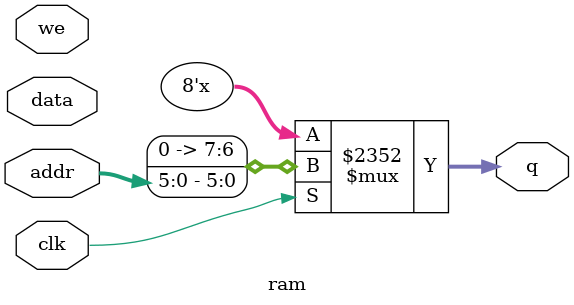
<source format=v>
module ram #(
    parameter ADDR_WIDTH=6,
    parameter DATA_WIDTH=8
) (
    input [DATA_WIDTH-1:0] data,
    input [ADDR_WIDTH-1:0] addr,
    input we, clk,
    output [7:0] q
);
reg [DATA_WIDTH-1:0] ram[2**ADDR_WIDTH-1:0];
// when we is high, write data to ram at address addr
// assign the ram value at address addr to q
always @ (we, clk)
begin
    if (clk == 1)
        q <= addr;
end
// write data to ram
always @ (we, clk, we)
begin
    if (clk == 1)
        ram[addr] <= data;
end
endmodule

</source>
